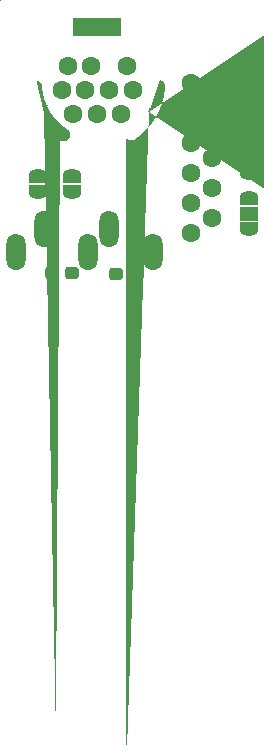
<source format=gbr>
G04 #@! TF.GenerationSoftware,KiCad,Pcbnew,(6.0.6-0)*
G04 #@! TF.CreationDate,2023-01-05T22:31:35-05:00*
G04 #@! TF.ProjectId,10DIN2VGA,31304449-4e32-4564-9741-2e6b69636164,1.0*
G04 #@! TF.SameCoordinates,Original*
G04 #@! TF.FileFunction,Soldermask,Bot*
G04 #@! TF.FilePolarity,Negative*
%FSLAX46Y46*%
G04 Gerber Fmt 4.6, Leading zero omitted, Abs format (unit mm)*
G04 Created by KiCad (PCBNEW (6.0.6-0)) date 2023-01-05 22:31:35*
%MOMM*%
%LPD*%
G01*
G04 APERTURE LIST*
G04 Aperture macros list*
%AMRoundRect*
0 Rectangle with rounded corners*
0 $1 Rounding radius*
0 $2 $3 $4 $5 $6 $7 $8 $9 X,Y pos of 4 corners*
0 Add a 4 corners polygon primitive as box body*
4,1,4,$2,$3,$4,$5,$6,$7,$8,$9,$2,$3,0*
0 Add four circle primitives for the rounded corners*
1,1,$1+$1,$2,$3*
1,1,$1+$1,$4,$5*
1,1,$1+$1,$6,$7*
1,1,$1+$1,$8,$9*
0 Add four rect primitives between the rounded corners*
20,1,$1+$1,$2,$3,$4,$5,0*
20,1,$1+$1,$4,$5,$6,$7,0*
20,1,$1+$1,$6,$7,$8,$9,0*
20,1,$1+$1,$8,$9,$2,$3,0*%
%AMFreePoly0*
4,1,87,-0.648869,2.754349,-0.511172,2.720633,-0.497808,2.715259,-0.375109,2.644249,-0.363792,2.635340,-0.265954,2.532748,-0.257592,2.521021,-0.192482,2.395093,-0.187747,2.381490,-0.160596,2.242348,-0.159870,2.227962,-0.161257,2.212898,-0.122695,1.847685,-0.047787,1.458701,0.059894,1.077478,0.199570,0.706771,0.370223,0.349286,0.570637,0.007567,0.799340,-0.315875,1.054694,-0.618725,
1.334850,-0.898791,1.637794,-1.154057,1.943417,-1.370010,1.962932,-1.379260,1.974942,-1.387212,2.080856,-1.481443,2.090150,-1.492445,2.165360,-1.612614,2.171194,-1.625783,2.209654,-1.762232,2.211557,-1.776510,2.210174,-1.918268,2.207993,-1.932505,2.166879,-2.068177,2.160790,-2.081229,2.083250,-2.199910,2.073742,-2.210730,1.966009,-2.302876,1.953846,-2.310592,1.824581,-2.368798,
1.810742,-2.372790,1.670336,-2.392374,1.655933,-2.392321,1.515673,-2.371713,1.501863,-2.367620,1.373027,-2.308473,1.366180,-2.304665,1.355993,-2.297921,1.351138,-2.294138,1.000952,-2.048550,0.997801,-2.046152,0.654692,-1.763225,0.651738,-1.760589,0.331705,-1.451800,0.328965,-1.448942,0.033952,-1.116167,0.031443,-1.113105,-0.236758,-0.758366,-0.239021,-0.755117,-0.478780,-0.380567,
-0.480783,-0.377152,-0.690645,0.014932,-0.692376,0.018493,-0.871065,0.425730,-0.872513,0.429415,-1.018944,0.849331,-1.020101,0.853118,-1.133384,1.283163,-1.134243,1.287028,-1.213691,1.724589,-1.214246,1.728509,-1.259376,2.170928,-1.259573,2.173518,-1.260190,2.185720,-1.259980,2.193559,-1.245262,2.334558,-1.241751,2.348527,-1.188052,2.479727,-1.180762,2.492148,-1.092397,2.603005,
-1.081913,2.612882,-0.965986,2.694480,-0.953152,2.701017,-0.818983,2.746800,-0.804829,2.749472,-0.663203,2.755757,-0.648869,2.754349,-0.648869,2.754349,$1*%
%AMFreePoly1*
4,1,87,0.918046,2.696989,0.932129,2.693972,1.065139,2.644925,1.077810,2.638076,1.191709,2.553669,1.201949,2.543539,1.287578,2.430557,1.294562,2.417962,1.345041,2.285488,1.348210,2.271436,1.359477,2.130120,1.359496,2.122283,1.358582,2.110100,1.357675,2.104183,1.314943,1.683460,1.314398,1.679583,1.236405,1.246815,1.235562,1.242992,1.124474,0.817514,1.123340,0.813767,
0.979815,0.398108,0.978396,0.394459,0.803289,-0.008913,0.801592,-0.012441,0.595940,-0.401130,0.593978,-0.404518,0.359006,-0.776216,0.356788,-0.779442,0.093888,-1.131941,0.091428,-1.134987,-0.197836,-1.466194,-0.200523,-1.469041,-0.514434,-1.776988,-0.517332,-1.779620,-0.854026,-2.062479,-0.857119,-2.064880,-1.214595,-2.320970,-1.216728,-2.322417,-1.227008,-2.329019,-1.233911,-2.332734,
-1.363562,-2.390076,-1.377428,-2.393976,-1.517960,-2.412624,-1.532362,-2.412475,-1.672481,-2.390931,-1.686263,-2.386746,-1.814703,-2.326741,-1.826756,-2.318856,-1.933192,-2.225215,-1.942549,-2.214264,-2.018424,-2.094513,-2.024330,-2.081377,-2.063547,-1.945144,-2.065529,-1.930877,-2.064931,-1.789113,-2.062829,-1.774864,-2.022468,-1.638965,-2.016451,-1.625878,-1.939570,-1.506771,-1.930122,-1.495900,
-1.822902,-1.403157,-1.810782,-1.395373,-1.797476,-1.389293,-1.502887,-1.176688,-1.205644,-0.921595,-0.930874,-0.642432,-0.680528,-0.341183,-0.456367,-0.019967,-0.259976,0.318945,-0.092747,0.673153,0.044138,1.040153,0.149714,1.417356,0.223234,1.802087,0.261950,2.170433,0.260536,2.191395,0.261614,2.205758,0.292156,2.344193,0.297221,2.357676,0.365389,2.481976,0.374036,2.493496,
0.474351,2.593667,0.485883,2.602297,0.610281,2.670287,0.623771,2.675333,0.762250,2.705676,0.776615,2.706733,0.918046,2.696989,0.918046,2.696989,$1*%
%AMFreePoly2*
4,1,37,0.585921,0.785921,0.600800,0.750000,0.600800,-0.750000,0.585921,-0.785921,0.550000,-0.800800,0.000000,-0.800800,-0.012526,-0.795612,-0.080872,-0.794359,-0.095090,-0.792057,-0.230405,-0.749782,-0.243405,-0.743581,-0.361415,-0.665026,-0.372153,-0.655426,-0.463373,-0.546907,-0.470984,-0.534678,-0.528079,-0.404919,-0.531952,-0.391047,-0.549535,-0.256587,-0.548147,-0.256405,-0.550800,-0.250000,
-0.550800,0.250000,-0.550314,0.251174,-0.550158,0.263925,-0.528347,0.404002,-0.524136,0.417775,-0.463888,0.546100,-0.455980,0.558139,-0.362136,0.664397,-0.351168,0.673732,-0.231273,0.749380,-0.218125,0.755261,-0.081818,0.794218,-0.067547,0.796173,-0.011991,0.795833,0.000000,0.800800,0.550000,0.800800,0.585921,0.785921,0.585921,0.785921,$1*%
%AMFreePoly3*
4,1,37,0.012350,0.795685,0.074215,0.795307,0.088460,0.793178,0.224281,0.752559,0.237356,0.746518,0.356318,0.669411,0.367173,0.659942,0.459711,0.552545,0.467470,0.540411,0.526147,0.411359,0.530190,0.397535,0.550287,0.257202,0.550800,0.250000,0.550800,-0.250000,0.550796,-0.250620,0.550647,-0.262836,0.549947,-0.270644,0.526427,-0.410445,0.522048,-0.424167,0.460236,-0.551746,
0.452182,-0.563686,0.357047,-0.668790,0.345965,-0.677991,0.225155,-0.752168,0.211936,-0.757888,0.075163,-0.795177,0.060870,-0.796957,0.011464,-0.796051,0.000000,-0.800800,-0.550000,-0.800800,-0.585921,-0.785921,-0.600800,-0.750000,-0.600800,0.750000,-0.585921,0.785921,-0.550000,0.800800,0.000000,0.800800,0.012350,0.795685,0.012350,0.795685,$1*%
%AMFreePoly4*
4,1,37,0.535921,0.785921,0.550800,0.750000,0.550800,-0.750000,0.535921,-0.785921,0.500000,-0.800800,0.000000,-0.800800,-0.012526,-0.795612,-0.080872,-0.794359,-0.095090,-0.792057,-0.230405,-0.749782,-0.243405,-0.743581,-0.361415,-0.665026,-0.372153,-0.655426,-0.463373,-0.546907,-0.470984,-0.534678,-0.528079,-0.404919,-0.531952,-0.391047,-0.549535,-0.256587,-0.548147,-0.256405,-0.550800,-0.250000,
-0.550800,0.250000,-0.550314,0.251174,-0.550158,0.263925,-0.528347,0.404002,-0.524136,0.417775,-0.463888,0.546100,-0.455980,0.558139,-0.362136,0.664397,-0.351168,0.673732,-0.231273,0.749380,-0.218125,0.755261,-0.081818,0.794218,-0.067547,0.796173,-0.011991,0.795833,0.000000,0.800800,0.500000,0.800800,0.535921,0.785921,0.535921,0.785921,$1*%
%AMFreePoly5*
4,1,37,0.012350,0.795685,0.074215,0.795307,0.088460,0.793178,0.224281,0.752559,0.237356,0.746518,0.356318,0.669411,0.367173,0.659942,0.459711,0.552545,0.467470,0.540411,0.526147,0.411359,0.530190,0.397535,0.550287,0.257202,0.550800,0.250000,0.550800,-0.250000,0.550796,-0.250620,0.550647,-0.262836,0.549947,-0.270644,0.526427,-0.410445,0.522048,-0.424167,0.460236,-0.551746,
0.452182,-0.563686,0.357047,-0.668790,0.345965,-0.677991,0.225155,-0.752168,0.211936,-0.757888,0.075163,-0.795177,0.060870,-0.796957,0.011464,-0.796051,0.000000,-0.800800,-0.500000,-0.800800,-0.535921,-0.785921,-0.550800,-0.750000,-0.550800,0.750000,-0.535921,0.785921,-0.500000,0.800800,0.000000,0.800800,0.012350,0.795685,0.012350,0.795685,$1*%
G04 Aperture macros list end*
%ADD10C,1.601600*%
%ADD11RoundRect,0.050800X-2.000000X-0.750000X2.000000X-0.750000X2.000000X0.750000X-2.000000X0.750000X0*%
%ADD12FreePoly0,0.000000*%
%ADD13FreePoly1,0.000000*%
%ADD14O,1.609600X3.117600*%
%ADD15FreePoly2,90.000000*%
%ADD16RoundRect,0.050800X0.750000X-0.500000X0.750000X0.500000X-0.750000X0.500000X-0.750000X-0.500000X0*%
%ADD17FreePoly3,90.000000*%
%ADD18RoundRect,0.288300X0.300000X0.237500X-0.300000X0.237500X-0.300000X-0.237500X0.300000X-0.237500X0*%
%ADD19FreePoly4,270.000000*%
%ADD20FreePoly5,270.000000*%
G04 APERTURE END LIST*
D10*
X140021496Y-105950007D03*
X138246496Y-104700007D03*
X138246496Y-107250007D03*
X140021496Y-95800007D03*
X138246496Y-102150007D03*
X138246496Y-99625007D03*
X138246496Y-97075007D03*
X140021496Y-103425007D03*
X140021496Y-98325007D03*
X140046496Y-100875007D03*
X138246496Y-94525007D03*
X132315000Y-97110000D03*
X130315000Y-97110000D03*
X128315000Y-97110000D03*
X133340000Y-95110000D03*
X131315000Y-95110000D03*
X129340000Y-95110000D03*
X127340000Y-95110000D03*
X132840000Y-93110000D03*
X129815000Y-93110000D03*
X127840000Y-93110000D03*
D11*
X130340000Y-89810000D03*
D12*
X125865000Y-97035000D03*
D13*
X134690000Y-96985000D03*
D14*
X123440000Y-108840000D03*
X125840000Y-106840000D03*
X131340000Y-106840000D03*
X135040000Y-108840000D03*
X129540000Y-108840000D03*
D15*
X143160000Y-102170000D03*
D16*
X143160000Y-100870000D03*
D17*
X143160000Y-99570000D03*
D15*
X143162500Y-97470000D03*
D16*
X143162500Y-96170000D03*
D17*
X143162500Y-94870000D03*
D15*
X143170000Y-106880000D03*
D16*
X143170000Y-105580000D03*
D17*
X143170000Y-104280000D03*
D18*
X128192500Y-110630000D03*
X126467500Y-110630000D03*
D19*
X125310000Y-102430000D03*
D20*
X125310000Y-103730000D03*
D19*
X128180000Y-102430000D03*
D20*
X128180000Y-103730000D03*
D18*
X133687500Y-110650000D03*
X131962500Y-110650000D03*
M02*

</source>
